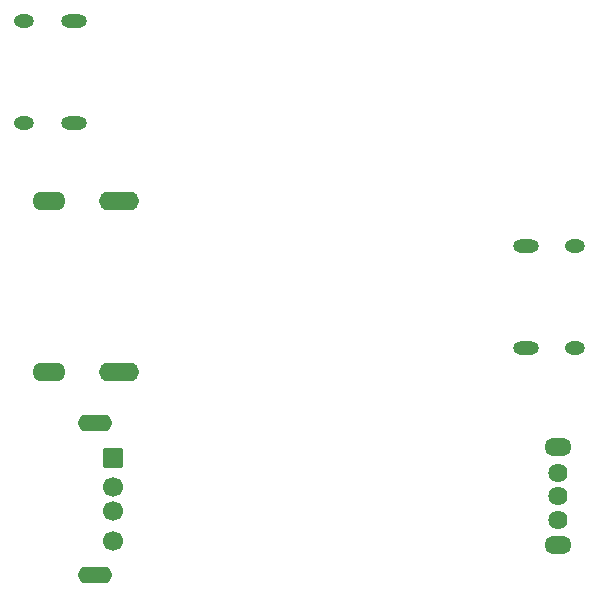
<source format=gbs>
G04 Layer: BottomSolderMaskLayer*
G04 EasyEDA Pro v2.1.63, 2024-06-10 19:41:30*
G04 Gerber Generator version 0.3*
G04 Scale: 100 percent, Rotated: No, Reflected: No*
G04 Dimensions in millimeters*
G04 Leading zeros omitted, absolute positions, 3 integers and 5 decimals*
%FSLAX35Y35*%
%MOMM*%
%AMRoundRect*1,1,$1,$2,$3*1,1,$1,$4,$5*1,1,$1,0-$2,0-$3*1,1,$1,0-$4,0-$5*20,1,$1,$2,$3,$4,$5,0*20,1,$1,$4,$5,0-$2,0-$3,0*20,1,$1,0-$2,0-$3,0-$4,0-$5,0*20,1,$1,0-$4,0-$5,$2,$3,0*4,1,4,$2,$3,$4,$5,0-$2,0-$3,0-$4,0-$5,$2,$3,0*%
%ADD10O,2.80162X1.6016*%
%ADD11O,3.40157X1.6016*%
%ADD12O,2.90002X1.40002*%
%ADD13C,1.70002*%
%ADD14RoundRect,0.09447X-0.80278X-0.80278X-0.80278X0.80278*%
%ADD15C,1.6256*%
%ADD16O,2.3016X1.5016*%
%ADD17O,1.7016X1.1016*%
%ADD18O,2.2016X1.1016*%
G75*


G04 Pad Start*
G54D10*
G01X409674Y-3125292D03*
G01X409674Y-1675308D03*
G54D11*
G01X1005685Y-3125292D03*
G01X1005685Y-1675308D03*
G54D12*
G01X801294Y-4848695D03*
G01X801294Y-3558705D03*
G54D13*
G01X951306Y-4553699D03*
G01X951306Y-4303712D03*
G01X951306Y-4103713D03*
G54D14*
G01X951306Y-3853701D03*
G54D15*
G01X4724400Y-4378300D03*
G01X4724400Y-4178300D03*
G01X4724400Y-3978300D03*
G54D16*
G01X4724400Y-3763289D03*
G01X4724400Y-4593311D03*
G54D17*
G01X202451Y-152197D03*
G01X202451Y-1016203D03*
G54D18*
G01X620459Y-1016203D03*
G01X620433Y-152197D03*
G54D17*
G01X4864849Y-2921203D03*
G01X4864849Y-2057197D03*
G54D18*
G01X4446842Y-2057197D03*
G01X4446867Y-2921203D03*
G04 Pad End*

M02*

</source>
